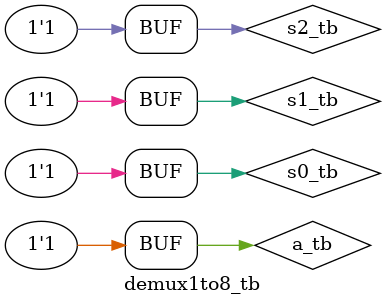
<source format=v>
 module demux1to8_tb();
  reg a_tb,s2_tb,s1_tb,s0_tb;
  wire y0_tb,y1_tb,y2_tb,y3_tb,y4_tb,y5_tb,y6_tb,y7_tb;
  demux1to8 
duv(.a(a_tb),.s2(s2_tb),.s1(s1_tb),.s0(s0_tb),.y0(y0_tb),.y1(y1_tb),.y2(y2_tb),.y3(
 y3_tb),.y4(y4_tb),.y5(y5_tb),.y6(y6_tb),.y7(y7_tb));
  initial 
    begin
      $dumpfile("test.vcd");
      $dumpvars;
       s2_tb=0;s1_tb=0;s0_tb=0;a_tb=0;#10;
       s2_tb=0;s1_tb=0;s0_tb=0;a_tb=1;#10;
       s2_tb=0;s1_tb=0;s0_tb=1;a_tb=0;#10;
       s2_tb=0;s1_tb=0;s0_tb=1;a_tb=1;#10;
       s2_tb=0;s1_tb=1;s0_tb=0;a_tb=0;#10;
       s2_tb=0;s1_tb=1;s0_tb=0;a_tb=1;#10;
       s2_tb=0;s1_tb=1;s0_tb=1;a_tb=0;#10;
       s2_tb=0;s1_tb=1;s0_tb=1;a_tb=1;#10;
       s2_tb=1;s1_tb=0;s0_tb=0;a_tb=0;#10;
       s2_tb=1;s1_tb=0;s0_tb=0;a_tb=1;#10;
       s2_tb=1;s1_tb=0;s0_tb=1;a_tb=0;#10;
       s2_tb=1;s1_tb=0;s0_tb=1;a_tb=1;#10;
       s2_tb=1;s1_tb=1;s0_tb=0;a_tb=0;#10;
       s2_tb=1;s1_tb=1;s0_tb=0;a_tb=1;#10;
       s2_tb=1;s1_tb=1;s0_tb=1;a_tb=0;#10;
       s2_tb=1;s1_tb=1;s0_tb=1;a_tb=1;#10;
    end 
endmodule

</source>
